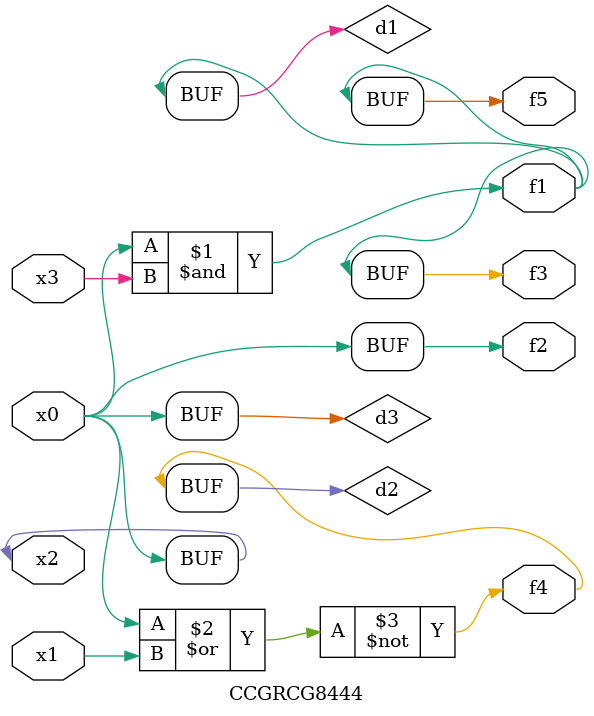
<source format=v>
module CCGRCG8444(
	input x0, x1, x2, x3,
	output f1, f2, f3, f4, f5
);

	wire d1, d2, d3;

	and (d1, x2, x3);
	nor (d2, x0, x1);
	buf (d3, x0, x2);
	assign f1 = d1;
	assign f2 = d3;
	assign f3 = d1;
	assign f4 = d2;
	assign f5 = d1;
endmodule

</source>
